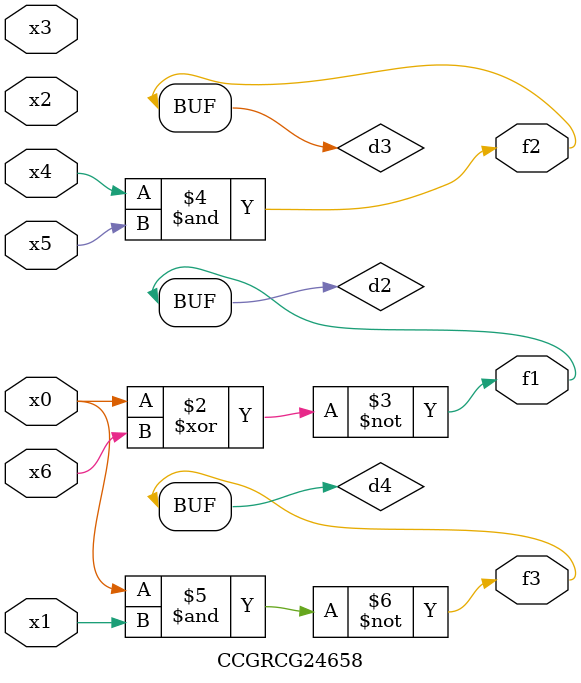
<source format=v>
module CCGRCG24658(
	input x0, x1, x2, x3, x4, x5, x6,
	output f1, f2, f3
);

	wire d1, d2, d3, d4;

	nor (d1, x0);
	xnor (d2, x0, x6);
	and (d3, x4, x5);
	nand (d4, x0, x1);
	assign f1 = d2;
	assign f2 = d3;
	assign f3 = d4;
endmodule

</source>
